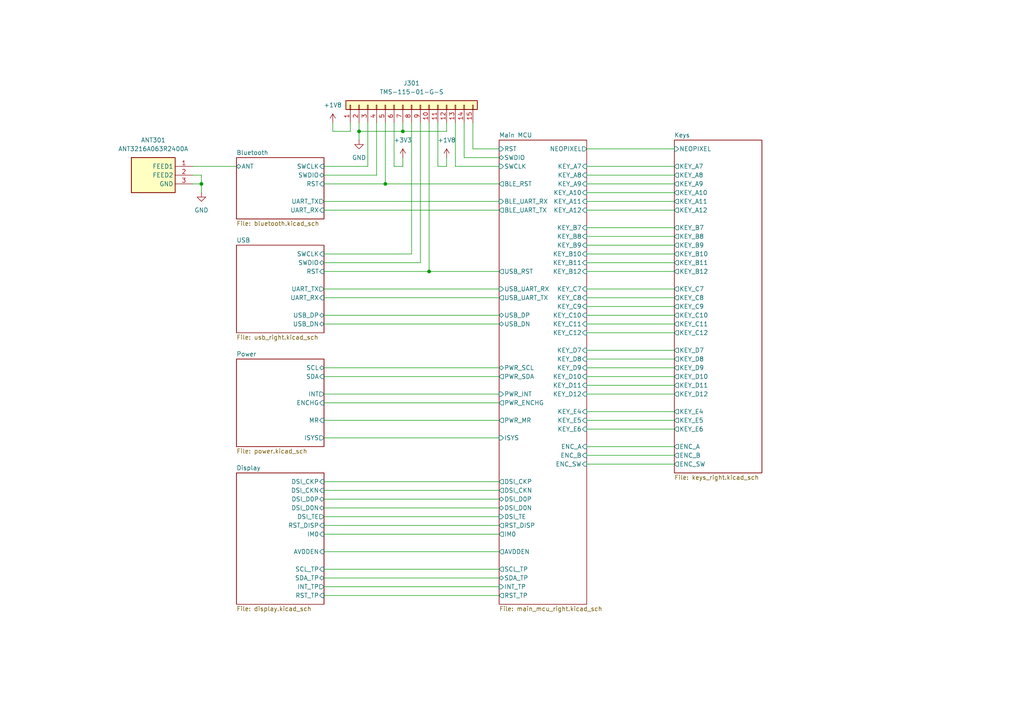
<source format=kicad_sch>
(kicad_sch (version 20231120) (generator "eeschema") (generator_version "8.0")
  (paper "A4")
  (lib_symbols
    (symbol "ANT3216A063R2400A:ANT3216A063R2400A"
      (property "Reference" "ANT" (at 19.05 7.62 0))
      (property "Value" "ANT3216A063R2400A" (at 19.05 5.08 0))
      (symbol "ANT3216A063R2400A_1_1"
        (rectangle (start 5.08 2.54) (end 17.78 -7.62) (stroke (width 0.254)) (fill (type background)))
        (pin input line (at 0 0 0) (length 5.08) (name "FEED1") (number "1"))
        (pin input line (at 0 -2.54 0) (length 5.08) (name "FEED2") (number "2"))
        (pin unspecified line (at 0 -5.08 0) (length 5.08) (name "GND") (number "3"))
      )
    )
    (symbol "Connector_Generic:Conn_01x15" (pin_names (offset 1.016) hide)
      (property "Reference" "J" (at 0 20.32 0))
      (property "Value" "Conn_01x15" (at 0 -20.32 0))
      (symbol "Conn_01x15_1_1"
        (rectangle (start -1.27 -17.653) (end 0 -17.907) (stroke (width 0.1524)))
        (rectangle (start -1.27 -15.113) (end 0 -15.367) (stroke (width 0.1524)))
        (rectangle (start -1.27 -12.573) (end 0 -12.827) (stroke (width 0.1524)))
        (rectangle (start -1.27 -10.033) (end 0 -10.287) (stroke (width 0.1524)))
        (rectangle (start -1.27 -7.493) (end 0 -7.747) (stroke (width 0.1524)))
        (rectangle (start -1.27 -4.953) (end 0 -5.207) (stroke (width 0.1524)))
        (rectangle (start -1.27 -2.413) (end 0 -2.667) (stroke (width 0.1524)))
        (rectangle (start -1.27 0.127) (end 0 -0.127) (stroke (width 0.1524)))
        (rectangle (start -1.27 2.667) (end 0 2.413) (stroke (width 0.1524)))
        (rectangle (start -1.27 5.207) (end 0 4.953) (stroke (width 0.1524)))
        (rectangle (start -1.27 7.747) (end 0 7.493) (stroke (width 0.1524)))
        (rectangle (start -1.27 10.287) (end 0 10.033) (stroke (width 0.1524)))
        (rectangle (start -1.27 12.827) (end 0 12.573) (stroke (width 0.1524)))
        (rectangle (start -1.27 15.367) (end 0 15.113) (stroke (width 0.1524)))
        (rectangle (start -1.27 17.907) (end 0 17.653) (stroke (width 0.1524)))
        (rectangle (start -1.27 19.05) (end 1.27 -19.05) (stroke (width 0.254)) (fill (type background)))
        (pin passive line (at -5.08 17.78 0) (length 3.81) (name "Pin_1") (number "1"))
        (pin passive line (at -5.08 -5.08 0) (length 3.81) (name "Pin_10") (number "10"))
        (pin passive line (at -5.08 -7.62 0) (length 3.81) (name "Pin_11") (number "11"))
        (pin passive line (at -5.08 -10.16 0) (length 3.81) (name "Pin_12") (number "12"))
        (pin passive line (at -5.08 -12.7 0) (length 3.81) (name "Pin_13") (number "13"))
        (pin passive line (at -5.08 -15.24 0) (length 3.81) (name "Pin_14") (number "14"))
        (pin passive line (at -5.08 -17.78 0) (length 3.81) (name "Pin_15") (number "15"))
        (pin passive line (at -5.08 15.24 0) (length 3.81) (name "Pin_2") (number "2"))
        (pin passive line (at -5.08 12.7 0) (length 3.81) (name "Pin_3") (number "3"))
        (pin passive line (at -5.08 10.16 0) (length 3.81) (name "Pin_4") (number "4"))
        (pin passive line (at -5.08 7.62 0) (length 3.81) (name "Pin_5") (number "5"))
        (pin passive line (at -5.08 5.08 0) (length 3.81) (name "Pin_6") (number "6"))
        (pin passive line (at -5.08 2.54 0) (length 3.81) (name "Pin_7") (number "7"))
        (pin passive line (at -5.08 0 0) (length 3.81) (name "Pin_8") (number "8"))
        (pin passive line (at -5.08 -2.54 0) (length 3.81) (name "Pin_9") (number "9"))
      )
    )
    (symbol "power:+1V8" (power) (pin_numbers hide) (pin_names (offset 0) hide)
      (property "Value" "+1V8" (at 0 3.556 0))
      (symbol "+1V8_0_1"
        (polyline (pts (xy -0.762 1.27) (xy 0 2.54)))
        (polyline (pts (xy 0 0) (xy 0 2.54)))
        (polyline (pts (xy 0 2.54) (xy 0.762 1.27)))
      )
      (symbol "+1V8_1_1"
        (pin power_in line (at 0 0 90) (length 0) (name "~") (number "1"))
      )
    )
    (symbol "power:+3V3" (power) (pin_numbers hide) (pin_names (offset 0) hide)
      (property "Value" "+3V3" (at 0 3.556 0))
      (symbol "+3V3_0_1"
        (polyline (pts (xy -0.762 1.27) (xy 0 2.54)))
        (polyline (pts (xy 0 0) (xy 0 2.54)))
        (polyline (pts (xy 0 2.54) (xy 0.762 1.27)))
      )
      (symbol "+3V3_1_1"
        (pin power_in line (at 0 0 90) (length 0) (name "~") (number "1"))
      )
    )
    (symbol "power:GND" (power) (pin_numbers hide) (pin_names (offset 0) hide)
      (property "Value" "GND" (at 0 -3.81 0))
      (symbol "GND_0_1"
        (polyline (pts (xy 0 0) (xy 0 -1.27) (xy 1.27 -1.27) (xy 0 -2.54) (xy -1.27 -1.27) (xy 0 -1.27)))
      )
      (symbol "GND_1_1"
        (pin power_in line (at 0 0 270) (length 0) (name "~") (number "1"))
      )
    )
  )
  (junction (at 116.84 38.1))
  (junction (at 124.46 78.74))
  (junction (at 104.14 38.1))
  (junction (at 58.42 53.34))
  (junction (at 111.76 53.34))
  (wire (pts (xy 93.98 165.1) (xy 144.78 165.1)))
  (wire (pts (xy 93.98 160.02) (xy 144.78 160.02)))
  (wire (pts (xy 129.54 35.56) (xy 129.54 38.1)))
  (wire (pts (xy 127 48.26) (xy 127 35.56)))
  (wire (pts (xy 170.18 129.54) (xy 195.58 129.54)))
  (wire (pts (xy 170.18 60.96) (xy 195.58 60.96)))
  (wire (pts (xy 93.98 83.82) (xy 144.78 83.82)))
  (wire (pts (xy 93.98 78.74) (xy 124.46 78.74)))
  (wire (pts (xy 93.98 142.24) (xy 144.78 142.24)))
  (wire (pts (xy 116.84 38.1) (xy 116.84 35.56)))
  (wire (pts (xy 170.18 53.34) (xy 195.58 53.34)))
  (wire (pts (xy 93.98 106.68) (xy 144.78 106.68)))
  (wire (pts (xy 93.98 60.96) (xy 144.78 60.96)))
  (wire (pts (xy 170.18 76.2) (xy 195.58 76.2)))
  (wire (pts (xy 170.18 111.76) (xy 195.58 111.76)))
  (wire (pts (xy 111.76 53.34) (xy 111.76 35.56)))
  (wire (pts (xy 170.18 55.88) (xy 195.58 55.88)))
  (wire (pts (xy 170.18 114.3) (xy 195.58 114.3)))
  (wire (pts (xy 93.98 144.78) (xy 144.78 144.78)))
  (wire (pts (xy 121.92 76.2) (xy 121.92 35.56)))
  (wire (pts (xy 170.18 91.44) (xy 195.58 91.44)))
  (wire (pts (xy 93.98 172.72) (xy 144.78 172.72)))
  (wire (pts (xy 93.98 149.86) (xy 144.78 149.86)))
  (wire (pts (xy 170.18 119.38) (xy 195.58 119.38)))
  (wire (pts (xy 170.18 68.58) (xy 195.58 68.58)))
  (wire (pts (xy 93.98 147.32) (xy 144.78 147.32)))
  (wire (pts (xy 116.84 48.26) (xy 116.84 45.72)))
  (wire (pts (xy 58.42 53.34) (xy 58.42 55.88)))
  (wire (pts (xy 170.18 78.74) (xy 195.58 78.74)))
  (wire (pts (xy 170.18 50.8) (xy 195.58 50.8)))
  (wire (pts (xy 170.18 71.12) (xy 195.58 71.12)))
  (wire (pts (xy 144.78 48.26) (xy 132.08 48.26)))
  (wire (pts (xy 93.98 50.8) (xy 109.22 50.8)))
  (wire (pts (xy 104.14 38.1) (xy 104.14 40.64)))
  (wire (pts (xy 96.52 38.1) (xy 96.52 35.56)))
  (wire (pts (xy 170.18 96.52) (xy 195.58 96.52)))
  (wire (pts (xy 93.98 167.64) (xy 144.78 167.64)))
  (wire (pts (xy 55.88 48.26) (xy 68.58 48.26)))
  (wire (pts (xy 104.14 38.1) (xy 116.84 38.1)))
  (wire (pts (xy 104.14 35.56) (xy 104.14 38.1)))
  (wire (pts (xy 93.98 116.84) (xy 144.78 116.84)))
  (wire (pts (xy 170.18 104.14) (xy 195.58 104.14)))
  (wire (pts (xy 124.46 78.74) (xy 124.46 35.56)))
  (wire (pts (xy 170.18 106.68) (xy 195.58 106.68)))
  (wire (pts (xy 93.98 170.18) (xy 144.78 170.18)))
  (wire (pts (xy 93.98 152.4) (xy 144.78 152.4)))
  (wire (pts (xy 109.22 50.8) (xy 109.22 35.56)))
  (wire (pts (xy 144.78 43.18) (xy 137.16 43.18)))
  (wire (pts (xy 93.98 53.34) (xy 111.76 53.34)))
  (wire (pts (xy 55.88 50.8) (xy 58.42 50.8)))
  (wire (pts (xy 93.98 91.44) (xy 144.78 91.44)))
  (wire (pts (xy 93.98 109.22) (xy 144.78 109.22)))
  (wire (pts (xy 124.46 78.74) (xy 144.78 78.74)))
  (wire (pts (xy 170.18 93.98) (xy 195.58 93.98)))
  (wire (pts (xy 170.18 58.42) (xy 195.58 58.42)))
  (wire (pts (xy 93.98 154.94) (xy 144.78 154.94)))
  (wire (pts (xy 170.18 88.9) (xy 195.58 88.9)))
  (wire (pts (xy 129.54 38.1) (xy 116.84 38.1)))
  (wire (pts (xy 137.16 43.18) (xy 137.16 35.56)))
  (wire (pts (xy 170.18 86.36) (xy 195.58 86.36)))
  (wire (pts (xy 93.98 139.7) (xy 144.78 139.7)))
  (wire (pts (xy 93.98 58.42) (xy 144.78 58.42)))
  (wire (pts (xy 170.18 48.26) (xy 195.58 48.26)))
  (wire (pts (xy 144.78 45.72) (xy 134.62 45.72)))
  (wire (pts (xy 93.98 93.98) (xy 144.78 93.98)))
  (wire (pts (xy 93.98 76.2) (xy 121.92 76.2)))
  (wire (pts (xy 170.18 43.18) (xy 195.58 43.18)))
  (wire (pts (xy 93.98 127) (xy 144.78 127)))
  (wire (pts (xy 93.98 121.92) (xy 144.78 121.92)))
  (wire (pts (xy 170.18 73.66) (xy 195.58 73.66)))
  (wire (pts (xy 106.68 48.26) (xy 106.68 35.56)))
  (wire (pts (xy 132.08 48.26) (xy 132.08 35.56)))
  (wire (pts (xy 170.18 101.6) (xy 195.58 101.6)))
  (wire (pts (xy 170.18 109.22) (xy 195.58 109.22)))
  (wire (pts (xy 170.18 124.46) (xy 195.58 124.46)))
  (wire (pts (xy 129.54 48.26) (xy 127 48.26)))
  (wire (pts (xy 55.88 53.34) (xy 58.42 53.34)))
  (wire (pts (xy 93.98 114.3) (xy 144.78 114.3)))
  (wire (pts (xy 93.98 73.66) (xy 119.38 73.66)))
  (wire (pts (xy 114.3 48.26) (xy 116.84 48.26)))
  (wire (pts (xy 111.76 53.34) (xy 144.78 53.34)))
  (wire (pts (xy 170.18 66.04) (xy 195.58 66.04)))
  (wire (pts (xy 96.52 38.1) (xy 101.6 38.1)))
  (wire (pts (xy 170.18 83.82) (xy 195.58 83.82)))
  (wire (pts (xy 93.98 86.36) (xy 144.78 86.36)))
  (wire (pts (xy 114.3 48.26) (xy 114.3 35.56)))
  (wire (pts (xy 101.6 38.1) (xy 101.6 35.56)))
  (wire (pts (xy 170.18 121.92) (xy 195.58 121.92)))
  (wire (pts (xy 58.42 50.8) (xy 58.42 53.34)))
  (wire (pts (xy 170.18 132.08) (xy 195.58 132.08)))
  (wire (pts (xy 119.38 73.66) (xy 119.38 35.56)))
  (wire (pts (xy 134.62 45.72) (xy 134.62 35.56)))
  (wire (pts (xy 129.54 48.26) (xy 129.54 45.72)))
  (wire (pts (xy 93.98 48.26) (xy 106.68 48.26)))
  (wire (pts (xy 170.18 134.62) (xy 195.58 134.62)))
  (symbol (lib_id "Connector_Generic:Conn_01x15") (at 119.38 30.48 90) (unit 1)
    (property "Reference" "J301" (at 119.38 24.13 90))
    (property "Value" "TMS-115-01-G-S" (at 119.38 26.67 90))
    (property "Footprint" "keyboard_footprints:debug_header" (effects (hide yes)))
    (property "Description" "Generic connector, single row, 01x15, script generated (kicad-library-utils/schlib/autogen/connector/)" (effects (hide yes)))
  )
  (symbol (lib_id "power:GND") (at 58.42 55.88 0) (unit 1)
    (property "Reference" "#PWR0305" (effects (hide yes)))
    (property "Value" "GND" (at 58.42 60.96 0))
    (property "Description" "Power symbol creates a global label with name \"GND\" , ground" (effects (hide yes)))
  )
  (symbol (lib_id "ANT3216A063R2400A:ANT3216A063R2400A") (at 55.88 48.26 0) (mirror y) (unit 1)
    (property "Reference" "ANT301" (at 44.45 40.64 0))
    (property "Value" "ANT3216A063R2400A" (at 44.45 43.18 0))
    (property "Footprint" "keyboard_footprints:ANTC3016X65N" (effects (hide yes)))
    (property "Datasheet" "https://media.digikey.com/pdf/Data%20Sheets/Yageo%20PDFs/ANT3216A063R2400A_Rev2014.pdf" (effects (hide yes)))
    (property "Description" "Antennas 1W, 2.45GHz, 3216" (effects (hide yes)))
    (property "Height" "0.65" (effects (hide yes)))
    (property "Mouser Part Number" "603-ANT3216A063R2400" (effects (hide yes)))
    (property "Mouser Price/Stock" "https://www.mouser.co.uk/ProductDetail/Pulse-Electronics/ANT3216A063R2400A?qs=CqAAFKzD4h%252BYK9SO0hbvNw%3D%3D" (effects (hide yes)))
    (property "Manufacturer_Name" "Pulse Electronics" (effects (hide yes)))
    (property "Manufacturer_Part_Number" "ANT3216A063R2400A" (effects (hide yes)))
  )
  (symbol (lib_id "power:+3V3") (at 116.84 45.72 0) (unit 1)
    (property "Reference" "#PWR0304" (effects (hide yes)))
    (property "Value" "+3V3" (at 116.84 40.64 0))
    (property "Description" "Power symbol creates a global label with name \"+3V3\"" (effects (hide yes)))
  )
  (symbol (lib_id "power:GND") (at 104.14 40.64 0) (unit 1)
    (property "Reference" "#PWR0301" (effects (hide yes)))
    (property "Value" "GND" (at 104.14 45.72 0))
    (property "Description" "Power symbol creates a global label with name \"GND\" , ground" (effects (hide yes)))
  )
  (symbol (lib_id "power:+1V8") (at 129.54 45.72 0) (unit 1)
    (property "Reference" "#PWR0303" (effects (hide yes)))
    (property "Value" "+1V8" (at 129.54 40.64 0))
    (property "Description" "Power symbol creates a global label with name \"+1V8\"" (effects (hide yes)))
  )
  (symbol (lib_id "power:+1V8") (at 96.52 35.56 0) (unit 1)
    (property "Reference" "#PWR0302" (effects (hide yes)))
    (property "Value" "+1V8" (at 96.52 30.48 0))
    (property "Description" "Power symbol creates a global label with name \"+1V8\"" (effects (hide yes)))
  )
  (sheet (at 68.58 71.12) (size 25.4 25.4) (stroke (width 0.1524))
    (property "Sheetname" "USB" (at 68.58 70.4084 0) (effects (justify left bottom)))
    (property "Sheetfile" "usb_right.kicad_sch" (at 68.58 97.1046 0) (effects (justify left top)))
    (pin "SWCLK" input (at 93.98 73.66 0))
    (pin "SWDIO" bidirectional (at 93.98 76.2 0))
    (pin "UART_TX" output (at 93.98 83.82 0))
    (pin "UART_RX" input (at 93.98 86.36 0))
    (pin "RST" input (at 93.98 78.74 0))
    (pin "USB_DP" bidirectional (at 93.98 91.44 0))
    (pin "USB_DN" bidirectional (at 93.98 93.98 0))
  )
  (sheet (at 195.58 40.64) (size 25.4 96.52) (stroke (width 0.1524))
    (property "Sheetname" "Keys" (at 195.58 39.9284 0) (effects (justify left bottom)))
    (property "Sheetfile" "keys_right.kicad_sch" (at 195.58 137.7446 0) (effects (justify left top)))
    (pin "KEY_B7" output (at 195.58 66.04 180))
    (pin "KEY_C7" output (at 195.58 83.82 180))
    (pin "KEY_D7" output (at 195.58 101.6 180))
    (pin "KEY_E6" output (at 195.58 124.46 180))
    (pin "KEY_B8" output (at 195.58 68.58 180))
    (pin "KEY_A8" output (at 195.58 50.8 180))
    (pin "KEY_C8" output (at 195.58 86.36 180))
    (pin "KEY_D8" output (at 195.58 104.14 180))
    (pin "KEY_E5" output (at 195.58 121.92 180))
    (pin "KEY_A7" output (at 195.58 48.26 180))
    (pin "ENC_SW" output (at 195.58 134.62 180))
    (pin "KEY_E4" output (at 195.58 119.38 180))
    (pin "ENC_A" output (at 195.58 129.54 180))
    (pin "ENC_B" output (at 195.58 132.08 180))
    (pin "KEY_A9" output (at 195.58 53.34 180))
    (pin "KEY_B9" output (at 195.58 71.12 180))
    (pin "KEY_C9" output (at 195.58 88.9 180))
    (pin "KEY_D9" output (at 195.58 106.68 180))
    (pin "KEY_B11" output (at 195.58 76.2 180))
    (pin "KEY_A11" output (at 195.58 58.42 180))
    (pin "KEY_A12" output (at 195.58 60.96 180))
    (pin "KEY_B12" output (at 195.58 78.74 180))
    (pin "KEY_C11" output (at 195.58 93.98 180))
    (pin "KEY_D11" output (at 195.58 111.76 180))
    (pin "KEY_D12" output (at 195.58 114.3 180))
    (pin "KEY_C12" output (at 195.58 96.52 180))
    (pin "KEY_A10" output (at 195.58 55.88 180))
    (pin "KEY_B10" output (at 195.58 73.66 180))
    (pin "KEY_C10" output (at 195.58 91.44 180))
    (pin "KEY_D10" output (at 195.58 109.22 180))
    (pin "NEOPIXEL" input (at 195.58 43.18 180))
  )
  (sheet (at 68.58 137.16) (size 25.4 38.1) (stroke (width 0.1524))
    (property "Sheetname" "Display" (at 68.58 136.4484 0) (effects (justify left bottom)))
    (property "Sheetfile" "display.kicad_sch" (at 68.58 175.8446 0) (effects (justify left top)))
    (pin "AVDDEN" input (at 93.98 160.02 0))
    (pin "DSI_CKN" input (at 93.98 142.24 0))
    (pin "DSI_CKP" input (at 93.98 139.7 0))
    (pin "DSI_D0N" bidirectional (at 93.98 147.32 0))
    (pin "DSI_D0P" bidirectional (at 93.98 144.78 0))
    (pin "DSI_TE" output (at 93.98 149.86 0))
    (pin "IM0" input (at 93.98 154.94 0))
    (pin "INT_TP" output (at 93.98 170.18 0))
    (pin "SDA_TP" bidirectional (at 93.98 167.64 0))
    (pin "RST_DISP" input (at 93.98 152.4 0))
    (pin "RST_TP" input (at 93.98 172.72 0))
    (pin "SCL_TP" input (at 93.98 165.1 0))
  )
  (sheet (at 68.58 104.14) (size 25.4 25.4) (stroke (width 0.1524))
    (property "Sheetname" "Power" (at 68.58 103.4284 0) (effects (justify left bottom)))
    (property "Sheetfile" "power.kicad_sch" (at 68.58 130.1246 0) (effects (justify left top)))
    (pin "ISYS" output (at 93.98 127 0))
    (pin "SCL" bidirectional (at 93.98 106.68 0))
    (pin "INT" output (at 93.98 114.3 0))
    (pin "SDA" input (at 93.98 109.22 0))
    (pin "ENCHG" input (at 93.98 116.84 0))
    (pin "MR" input (at 93.98 121.92 0))
  )
  (sheet (at 68.58 45.72) (size 25.4 17.78) (stroke (width 0.1524))
    (property "Sheetname" "Bluetooth" (at 68.58 45.0084 0) (effects (justify left bottom)))
    (property "Sheetfile" "bluetooth.kicad_sch" (at 68.58 64.0846 0) (effects (justify left top)))
    (pin "SWDIO" bidirectional (at 93.98 50.8 0))
    (pin "SWCLK" input (at 93.98 48.26 0))
    (pin "RST" input (at 93.98 53.34 0))
    (pin "UART_TX" output (at 93.98 58.42 0))
    (pin "UART_RX" input (at 93.98 60.96 0))
    (pin "ANT" bidirectional (at 68.58 48.26 180))
  )
  (sheet (at 144.78 40.64) (size 25.4 134.62) (stroke (width 0.1524))
    (property "Sheetname" "Main MCU" (at 144.78 39.9284 0) (effects (justify left bottom)))
    (property "Sheetfile" "main_mcu_right.kicad_sch" (at 144.78 175.8446 0) (effects (justify left top)))
    (pin "KEY_E6" input (at 170.18 124.46 0))
    (pin "KEY_E4" input (at 170.18 119.38 0))
    (pin "KEY_D12" input (at 170.18 114.3 0))
    (pin "KEY_E5" input (at 170.18 121.92 0))
    (pin "KEY_A10" input (at 170.18 55.88 0))
    (pin "KEY_A9" input (at 170.18 53.34 0))
    (pin "KEY_A7" input (at 170.18 48.26 0))
    (pin "KEY_A8" input (at 170.18 50.8 0))
    (pin "KEY_A11" input (at 170.18 58.42 0))
    (pin "KEY_A12" input (at 170.18 60.96 0))
    (pin "KEY_B10" input (at 170.18 73.66 0))
    (pin "KEY_B9" input (at 170.18 71.12 0))
    (pin "KEY_B7" input (at 170.18 66.04 0))
    (pin "KEY_B8" input (at 170.18 68.58 0))
    (pin "KEY_B11" input (at 170.18 76.2 0))
    (pin "KEY_B12" input (at 170.18 78.74 0))
    (pin "KEY_C10" input (at 170.18 91.44 0))
    (pin "KEY_C7" input (at 170.18 83.82 0))
    (pin "KEY_C8" input (at 170.18 86.36 0))
    (pin "KEY_C9" input (at 170.18 88.9 0))
    (pin "KEY_C11" input (at 170.18 93.98 0))
    (pin "KEY_C12" input (at 170.18 96.52 0))
    (pin "KEY_D8" input (at 170.18 104.14 0))
    (pin "KEY_D9" input (at 170.18 106.68 0))
    (pin "KEY_D7" input (at 170.18 101.6 0))
    (pin "KEY_D11" input (at 170.18 111.76 0))
    (pin "KEY_D10" input (at 170.18 109.22 0))
    (pin "ENC_A" input (at 170.18 129.54 0))
    (pin "ENC_B" input (at 170.18 132.08 0))
    (pin "ENC_SW" input (at 170.18 134.62 0))
    (pin "NEOPIXEL" output (at 170.18 43.18 0))
    (pin "SWCLK" input (at 144.78 48.26 180))
    (pin "SWDIO" bidirectional (at 144.78 45.72 180))
    (pin "RST" input (at 144.78 43.18 180))
    (pin "DSI_CKN" output (at 144.78 142.24 180))
    (pin "DSI_CKP" output (at 144.78 139.7 180))
    (pin "DSI_D0N" bidirectional (at 144.78 147.32 180))
    (pin "DSI_D0P" bidirectional (at 144.78 144.78 180))
    (pin "USB_DP" bidirectional (at 144.78 91.44 180))
    (pin "DSI_TE" input (at 144.78 149.86 180))
    (pin "USB_DN" bidirectional (at 144.78 93.98 180))
    (pin "USB_UART_RX" input (at 144.78 83.82 180))
    (pin "USB_UART_TX" output (at 144.78 86.36 180))
    (pin "BLE_UART_RX" input (at 144.78 58.42 180))
    (pin "BLE_UART_TX" output (at 144.78 60.96 180))
    (pin "BLE_RST" output (at 144.78 53.34 180))
    (pin "USB_RST" output (at 144.78 78.74 180))
    (pin "RST_DISP" output (at 144.78 152.4 180))
    (pin "SCL_TP" output (at 144.78 165.1 180))
    (pin "RST_TP" output (at 144.78 172.72 180))
    (pin "INT_TP" input (at 144.78 170.18 180))
    (pin "SDA_TP" bidirectional (at 144.78 167.64 180))
    (pin "IM0" output (at 144.78 154.94 180))
    (pin "AVDDEN" output (at 144.78 160.02 180))
    (pin "ISYS" input (at 144.78 127 180))
    (pin "PWR_ENCHG" output (at 144.78 116.84 180))
    (pin "PWR_MR" output (at 144.78 121.92 180))
    (pin "PWR_INT" input (at 144.78 114.3 180))
    (pin "PWR_SCL" bidirectional (at 144.78 106.68 180))
    (pin "PWR_SDA" output (at 144.78 109.22 180))
  )
)
</source>
